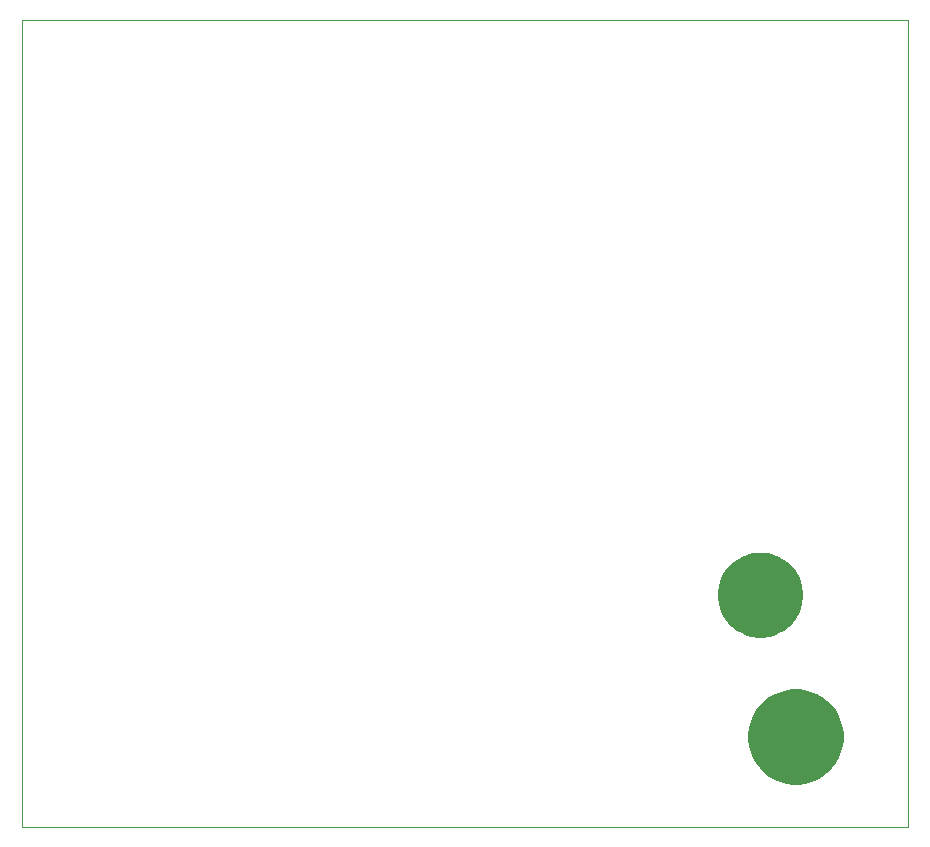
<source format=gbr>
%TF.GenerationSoftware,Altium Limited,Altium Designer,22.1.2 (22)*%
G04 Layer_Color=0*
%FSLAX26Y26*%
%MOIN*%
%TF.SameCoordinates,26ABD0B8-493F-4C78-88A6-316F46C79C97*%
%TF.FilePolarity,Positive*%
%TF.FileFunction,Profile,NP*%
%TF.Part,Single*%
G01*
G75*
%TA.AperFunction,Profile*%
%ADD33C,0.001000*%
G36*
X5077515Y1299213D02*
Y1288810D01*
X5080230Y1268184D01*
X5085615Y1248089D01*
X5093576Y1228868D01*
X5103978Y1210851D01*
X5116643Y1194346D01*
X5131354Y1179635D01*
X5147859Y1166970D01*
X5165876Y1156568D01*
X5185097Y1148607D01*
X5205192Y1143222D01*
X5225818Y1140507D01*
X5236221D01*
X5246623D01*
X5267249Y1143222D01*
X5287344Y1148607D01*
X5306565Y1156568D01*
X5324582Y1166970D01*
X5341087Y1179635D01*
X5355798Y1194346D01*
X5368463Y1210851D01*
X5378865Y1228868D01*
X5386826Y1248089D01*
X5392211Y1268184D01*
X5394926Y1288810D01*
Y1299213D01*
Y1309615D01*
X5392211Y1330241D01*
X5386826Y1350336D01*
X5378865Y1369557D01*
X5368463Y1387574D01*
X5355798Y1404079D01*
X5341087Y1418790D01*
X5324582Y1431455D01*
X5306565Y1441857D01*
X5287344Y1449818D01*
X5267249Y1455203D01*
X5246623Y1457918D01*
X5236221D01*
X5225818D01*
X5205192Y1455203D01*
X5185097Y1449818D01*
X5165876Y1441857D01*
X5147859Y1431455D01*
X5131354Y1418790D01*
X5116643Y1404079D01*
X5103978Y1387574D01*
X5093576Y1369557D01*
X5085615Y1350336D01*
X5080230Y1330241D01*
X5077515Y1309615D01*
Y1299213D01*
D01*
D02*
G37*
G36*
X4976159Y1771653D02*
Y1762350D01*
X4978588Y1743901D01*
X4983404Y1725927D01*
X4990525Y1708736D01*
X4999829Y1692620D01*
X5011157Y1677858D01*
X5024315Y1664700D01*
X5039077Y1653372D01*
X5055192Y1644068D01*
X5072384Y1636947D01*
X5090358Y1632131D01*
X5108806Y1629703D01*
X5118110D01*
X5127414D01*
X5145863Y1632131D01*
X5163837Y1636947D01*
X5181028Y1644068D01*
X5197143Y1653372D01*
X5211906Y1664700D01*
X5225064Y1677858D01*
X5236391Y1692620D01*
X5245695Y1708736D01*
X5252816Y1725927D01*
X5257632Y1743901D01*
X5260061Y1762350D01*
Y1771653D01*
Y1780957D01*
X5257632Y1799406D01*
X5252816Y1817380D01*
X5245695Y1834571D01*
X5236391Y1850686D01*
X5225064Y1865449D01*
X5211906Y1878607D01*
X5197143Y1889935D01*
X5181028Y1899238D01*
X5163837Y1906360D01*
X5145863Y1911176D01*
X5127414Y1913604D01*
X5118110D01*
X5108806D01*
X5090358Y1911176D01*
X5072384Y1906360D01*
X5055192Y1899238D01*
X5039077Y1889935D01*
X5024315Y1878607D01*
X5011157Y1865449D01*
X4999829Y1850686D01*
X4990525Y1834571D01*
X4983404Y1817380D01*
X4978588Y1799406D01*
X4976159Y1780957D01*
Y1771653D01*
D01*
D02*
G37*
D33*
X2657480Y1000000D02*
X2657480Y3690000D01*
X5610236D01*
X5610236Y1000000D01*
X2657480D01*
%TF.MD5,87102bef314d84a50f1397b9fcd46d34*%
M02*

</source>
